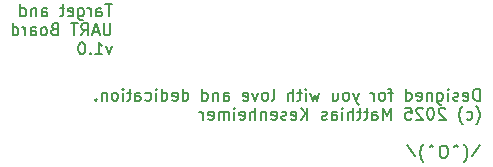
<source format=gbr>
%TF.GenerationSoftware,KiCad,Pcbnew,8.0.6*%
%TF.CreationDate,2025-02-28T22:10:36+01:00*%
%TF.ProjectId,stm8s-target-v1,73746d38-732d-4746-9172-6765742d7631,rev?*%
%TF.SameCoordinates,PX3d09000PY6590fa0*%
%TF.FileFunction,Legend,Bot*%
%TF.FilePolarity,Positive*%
%FSLAX46Y46*%
G04 Gerber Fmt 4.6, Leading zero omitted, Abs format (unit mm)*
G04 Created by KiCad (PCBNEW 8.0.6) date 2025-02-28 22:10:36*
%MOMM*%
%LPD*%
G01*
G04 APERTURE LIST*
%ADD10C,0.150000*%
G04 APERTURE END LIST*
D10*
X10556077Y23100069D02*
X9984649Y23100069D01*
X10270363Y22100069D02*
X10270363Y23100069D01*
X9222744Y22100069D02*
X9222744Y22623879D01*
X9222744Y22623879D02*
X9270363Y22719117D01*
X9270363Y22719117D02*
X9365601Y22766736D01*
X9365601Y22766736D02*
X9556077Y22766736D01*
X9556077Y22766736D02*
X9651315Y22719117D01*
X9222744Y22147688D02*
X9317982Y22100069D01*
X9317982Y22100069D02*
X9556077Y22100069D01*
X9556077Y22100069D02*
X9651315Y22147688D01*
X9651315Y22147688D02*
X9698934Y22242927D01*
X9698934Y22242927D02*
X9698934Y22338165D01*
X9698934Y22338165D02*
X9651315Y22433403D01*
X9651315Y22433403D02*
X9556077Y22481022D01*
X9556077Y22481022D02*
X9317982Y22481022D01*
X9317982Y22481022D02*
X9222744Y22528641D01*
X8746553Y22100069D02*
X8746553Y22766736D01*
X8746553Y22576260D02*
X8698934Y22671498D01*
X8698934Y22671498D02*
X8651315Y22719117D01*
X8651315Y22719117D02*
X8556077Y22766736D01*
X8556077Y22766736D02*
X8460839Y22766736D01*
X7698934Y22766736D02*
X7698934Y21957212D01*
X7698934Y21957212D02*
X7746553Y21861974D01*
X7746553Y21861974D02*
X7794172Y21814355D01*
X7794172Y21814355D02*
X7889410Y21766736D01*
X7889410Y21766736D02*
X8032267Y21766736D01*
X8032267Y21766736D02*
X8127505Y21814355D01*
X7698934Y22147688D02*
X7794172Y22100069D01*
X7794172Y22100069D02*
X7984648Y22100069D01*
X7984648Y22100069D02*
X8079886Y22147688D01*
X8079886Y22147688D02*
X8127505Y22195308D01*
X8127505Y22195308D02*
X8175124Y22290546D01*
X8175124Y22290546D02*
X8175124Y22576260D01*
X8175124Y22576260D02*
X8127505Y22671498D01*
X8127505Y22671498D02*
X8079886Y22719117D01*
X8079886Y22719117D02*
X7984648Y22766736D01*
X7984648Y22766736D02*
X7794172Y22766736D01*
X7794172Y22766736D02*
X7698934Y22719117D01*
X6841791Y22147688D02*
X6937029Y22100069D01*
X6937029Y22100069D02*
X7127505Y22100069D01*
X7127505Y22100069D02*
X7222743Y22147688D01*
X7222743Y22147688D02*
X7270362Y22242927D01*
X7270362Y22242927D02*
X7270362Y22623879D01*
X7270362Y22623879D02*
X7222743Y22719117D01*
X7222743Y22719117D02*
X7127505Y22766736D01*
X7127505Y22766736D02*
X6937029Y22766736D01*
X6937029Y22766736D02*
X6841791Y22719117D01*
X6841791Y22719117D02*
X6794172Y22623879D01*
X6794172Y22623879D02*
X6794172Y22528641D01*
X6794172Y22528641D02*
X7270362Y22433403D01*
X6508457Y22766736D02*
X6127505Y22766736D01*
X6365600Y23100069D02*
X6365600Y22242927D01*
X6365600Y22242927D02*
X6317981Y22147688D01*
X6317981Y22147688D02*
X6222743Y22100069D01*
X6222743Y22100069D02*
X6127505Y22100069D01*
X4603695Y22100069D02*
X4603695Y22623879D01*
X4603695Y22623879D02*
X4651314Y22719117D01*
X4651314Y22719117D02*
X4746552Y22766736D01*
X4746552Y22766736D02*
X4937028Y22766736D01*
X4937028Y22766736D02*
X5032266Y22719117D01*
X4603695Y22147688D02*
X4698933Y22100069D01*
X4698933Y22100069D02*
X4937028Y22100069D01*
X4937028Y22100069D02*
X5032266Y22147688D01*
X5032266Y22147688D02*
X5079885Y22242927D01*
X5079885Y22242927D02*
X5079885Y22338165D01*
X5079885Y22338165D02*
X5032266Y22433403D01*
X5032266Y22433403D02*
X4937028Y22481022D01*
X4937028Y22481022D02*
X4698933Y22481022D01*
X4698933Y22481022D02*
X4603695Y22528641D01*
X4127504Y22766736D02*
X4127504Y22100069D01*
X4127504Y22671498D02*
X4079885Y22719117D01*
X4079885Y22719117D02*
X3984647Y22766736D01*
X3984647Y22766736D02*
X3841790Y22766736D01*
X3841790Y22766736D02*
X3746552Y22719117D01*
X3746552Y22719117D02*
X3698933Y22623879D01*
X3698933Y22623879D02*
X3698933Y22100069D01*
X2794171Y22100069D02*
X2794171Y23100069D01*
X2794171Y22147688D02*
X2889409Y22100069D01*
X2889409Y22100069D02*
X3079885Y22100069D01*
X3079885Y22100069D02*
X3175123Y22147688D01*
X3175123Y22147688D02*
X3222742Y22195308D01*
X3222742Y22195308D02*
X3270361Y22290546D01*
X3270361Y22290546D02*
X3270361Y22576260D01*
X3270361Y22576260D02*
X3222742Y22671498D01*
X3222742Y22671498D02*
X3175123Y22719117D01*
X3175123Y22719117D02*
X3079885Y22766736D01*
X3079885Y22766736D02*
X2889409Y22766736D01*
X2889409Y22766736D02*
X2794171Y22719117D01*
X10413220Y21490125D02*
X10413220Y20680602D01*
X10413220Y20680602D02*
X10365601Y20585364D01*
X10365601Y20585364D02*
X10317982Y20537744D01*
X10317982Y20537744D02*
X10222744Y20490125D01*
X10222744Y20490125D02*
X10032268Y20490125D01*
X10032268Y20490125D02*
X9937030Y20537744D01*
X9937030Y20537744D02*
X9889411Y20585364D01*
X9889411Y20585364D02*
X9841792Y20680602D01*
X9841792Y20680602D02*
X9841792Y21490125D01*
X9413220Y20775840D02*
X8937030Y20775840D01*
X9508458Y20490125D02*
X9175125Y21490125D01*
X9175125Y21490125D02*
X8841792Y20490125D01*
X7937030Y20490125D02*
X8270363Y20966316D01*
X8508458Y20490125D02*
X8508458Y21490125D01*
X8508458Y21490125D02*
X8127506Y21490125D01*
X8127506Y21490125D02*
X8032268Y21442506D01*
X8032268Y21442506D02*
X7984649Y21394887D01*
X7984649Y21394887D02*
X7937030Y21299649D01*
X7937030Y21299649D02*
X7937030Y21156792D01*
X7937030Y21156792D02*
X7984649Y21061554D01*
X7984649Y21061554D02*
X8032268Y21013935D01*
X8032268Y21013935D02*
X8127506Y20966316D01*
X8127506Y20966316D02*
X8508458Y20966316D01*
X7651315Y21490125D02*
X7079887Y21490125D01*
X7365601Y20490125D02*
X7365601Y21490125D01*
X5651315Y21013935D02*
X5508458Y20966316D01*
X5508458Y20966316D02*
X5460839Y20918697D01*
X5460839Y20918697D02*
X5413220Y20823459D01*
X5413220Y20823459D02*
X5413220Y20680602D01*
X5413220Y20680602D02*
X5460839Y20585364D01*
X5460839Y20585364D02*
X5508458Y20537744D01*
X5508458Y20537744D02*
X5603696Y20490125D01*
X5603696Y20490125D02*
X5984648Y20490125D01*
X5984648Y20490125D02*
X5984648Y21490125D01*
X5984648Y21490125D02*
X5651315Y21490125D01*
X5651315Y21490125D02*
X5556077Y21442506D01*
X5556077Y21442506D02*
X5508458Y21394887D01*
X5508458Y21394887D02*
X5460839Y21299649D01*
X5460839Y21299649D02*
X5460839Y21204411D01*
X5460839Y21204411D02*
X5508458Y21109173D01*
X5508458Y21109173D02*
X5556077Y21061554D01*
X5556077Y21061554D02*
X5651315Y21013935D01*
X5651315Y21013935D02*
X5984648Y21013935D01*
X4841791Y20490125D02*
X4937029Y20537744D01*
X4937029Y20537744D02*
X4984648Y20585364D01*
X4984648Y20585364D02*
X5032267Y20680602D01*
X5032267Y20680602D02*
X5032267Y20966316D01*
X5032267Y20966316D02*
X4984648Y21061554D01*
X4984648Y21061554D02*
X4937029Y21109173D01*
X4937029Y21109173D02*
X4841791Y21156792D01*
X4841791Y21156792D02*
X4698934Y21156792D01*
X4698934Y21156792D02*
X4603696Y21109173D01*
X4603696Y21109173D02*
X4556077Y21061554D01*
X4556077Y21061554D02*
X4508458Y20966316D01*
X4508458Y20966316D02*
X4508458Y20680602D01*
X4508458Y20680602D02*
X4556077Y20585364D01*
X4556077Y20585364D02*
X4603696Y20537744D01*
X4603696Y20537744D02*
X4698934Y20490125D01*
X4698934Y20490125D02*
X4841791Y20490125D01*
X3651315Y20490125D02*
X3651315Y21013935D01*
X3651315Y21013935D02*
X3698934Y21109173D01*
X3698934Y21109173D02*
X3794172Y21156792D01*
X3794172Y21156792D02*
X3984648Y21156792D01*
X3984648Y21156792D02*
X4079886Y21109173D01*
X3651315Y20537744D02*
X3746553Y20490125D01*
X3746553Y20490125D02*
X3984648Y20490125D01*
X3984648Y20490125D02*
X4079886Y20537744D01*
X4079886Y20537744D02*
X4127505Y20632983D01*
X4127505Y20632983D02*
X4127505Y20728221D01*
X4127505Y20728221D02*
X4079886Y20823459D01*
X4079886Y20823459D02*
X3984648Y20871078D01*
X3984648Y20871078D02*
X3746553Y20871078D01*
X3746553Y20871078D02*
X3651315Y20918697D01*
X3175124Y20490125D02*
X3175124Y21156792D01*
X3175124Y20966316D02*
X3127505Y21061554D01*
X3127505Y21061554D02*
X3079886Y21109173D01*
X3079886Y21109173D02*
X2984648Y21156792D01*
X2984648Y21156792D02*
X2889410Y21156792D01*
X2127505Y20490125D02*
X2127505Y21490125D01*
X2127505Y20537744D02*
X2222743Y20490125D01*
X2222743Y20490125D02*
X2413219Y20490125D01*
X2413219Y20490125D02*
X2508457Y20537744D01*
X2508457Y20537744D02*
X2556076Y20585364D01*
X2556076Y20585364D02*
X2603695Y20680602D01*
X2603695Y20680602D02*
X2603695Y20966316D01*
X2603695Y20966316D02*
X2556076Y21061554D01*
X2556076Y21061554D02*
X2508457Y21109173D01*
X2508457Y21109173D02*
X2413219Y21156792D01*
X2413219Y21156792D02*
X2222743Y21156792D01*
X2222743Y21156792D02*
X2127505Y21109173D01*
X10508458Y19546848D02*
X10270363Y18880181D01*
X10270363Y18880181D02*
X10032268Y19546848D01*
X9127506Y18880181D02*
X9698934Y18880181D01*
X9413220Y18880181D02*
X9413220Y19880181D01*
X9413220Y19880181D02*
X9508458Y19737324D01*
X9508458Y19737324D02*
X9603696Y19642086D01*
X9603696Y19642086D02*
X9698934Y19594467D01*
X8698934Y18975420D02*
X8651315Y18927800D01*
X8651315Y18927800D02*
X8698934Y18880181D01*
X8698934Y18880181D02*
X8746553Y18927800D01*
X8746553Y18927800D02*
X8698934Y18975420D01*
X8698934Y18975420D02*
X8698934Y18880181D01*
X8032268Y19880181D02*
X7937030Y19880181D01*
X7937030Y19880181D02*
X7841792Y19832562D01*
X7841792Y19832562D02*
X7794173Y19784943D01*
X7794173Y19784943D02*
X7746554Y19689705D01*
X7746554Y19689705D02*
X7698935Y19499229D01*
X7698935Y19499229D02*
X7698935Y19261134D01*
X7698935Y19261134D02*
X7746554Y19070658D01*
X7746554Y19070658D02*
X7794173Y18975420D01*
X7794173Y18975420D02*
X7841792Y18927800D01*
X7841792Y18927800D02*
X7937030Y18880181D01*
X7937030Y18880181D02*
X8032268Y18880181D01*
X8032268Y18880181D02*
X8127506Y18927800D01*
X8127506Y18927800D02*
X8175125Y18975420D01*
X8175125Y18975420D02*
X8222744Y19070658D01*
X8222744Y19070658D02*
X8270363Y19261134D01*
X8270363Y19261134D02*
X8270363Y19499229D01*
X8270363Y19499229D02*
X8222744Y19689705D01*
X8222744Y19689705D02*
X8175125Y19784943D01*
X8175125Y19784943D02*
X8127506Y19832562D01*
X8127506Y19832562D02*
X8032268Y19880181D01*
X41663220Y14960013D02*
X41663220Y15960013D01*
X41663220Y15960013D02*
X41425125Y15960013D01*
X41425125Y15960013D02*
X41282268Y15912394D01*
X41282268Y15912394D02*
X41187030Y15817156D01*
X41187030Y15817156D02*
X41139411Y15721918D01*
X41139411Y15721918D02*
X41091792Y15531442D01*
X41091792Y15531442D02*
X41091792Y15388585D01*
X41091792Y15388585D02*
X41139411Y15198109D01*
X41139411Y15198109D02*
X41187030Y15102871D01*
X41187030Y15102871D02*
X41282268Y15007632D01*
X41282268Y15007632D02*
X41425125Y14960013D01*
X41425125Y14960013D02*
X41663220Y14960013D01*
X40282268Y15007632D02*
X40377506Y14960013D01*
X40377506Y14960013D02*
X40567982Y14960013D01*
X40567982Y14960013D02*
X40663220Y15007632D01*
X40663220Y15007632D02*
X40710839Y15102871D01*
X40710839Y15102871D02*
X40710839Y15483823D01*
X40710839Y15483823D02*
X40663220Y15579061D01*
X40663220Y15579061D02*
X40567982Y15626680D01*
X40567982Y15626680D02*
X40377506Y15626680D01*
X40377506Y15626680D02*
X40282268Y15579061D01*
X40282268Y15579061D02*
X40234649Y15483823D01*
X40234649Y15483823D02*
X40234649Y15388585D01*
X40234649Y15388585D02*
X40710839Y15293347D01*
X39853696Y15007632D02*
X39758458Y14960013D01*
X39758458Y14960013D02*
X39567982Y14960013D01*
X39567982Y14960013D02*
X39472744Y15007632D01*
X39472744Y15007632D02*
X39425125Y15102871D01*
X39425125Y15102871D02*
X39425125Y15150490D01*
X39425125Y15150490D02*
X39472744Y15245728D01*
X39472744Y15245728D02*
X39567982Y15293347D01*
X39567982Y15293347D02*
X39710839Y15293347D01*
X39710839Y15293347D02*
X39806077Y15340966D01*
X39806077Y15340966D02*
X39853696Y15436204D01*
X39853696Y15436204D02*
X39853696Y15483823D01*
X39853696Y15483823D02*
X39806077Y15579061D01*
X39806077Y15579061D02*
X39710839Y15626680D01*
X39710839Y15626680D02*
X39567982Y15626680D01*
X39567982Y15626680D02*
X39472744Y15579061D01*
X38996553Y14960013D02*
X38996553Y15626680D01*
X38996553Y15960013D02*
X39044172Y15912394D01*
X39044172Y15912394D02*
X38996553Y15864775D01*
X38996553Y15864775D02*
X38948934Y15912394D01*
X38948934Y15912394D02*
X38996553Y15960013D01*
X38996553Y15960013D02*
X38996553Y15864775D01*
X38091792Y15626680D02*
X38091792Y14817156D01*
X38091792Y14817156D02*
X38139411Y14721918D01*
X38139411Y14721918D02*
X38187030Y14674299D01*
X38187030Y14674299D02*
X38282268Y14626680D01*
X38282268Y14626680D02*
X38425125Y14626680D01*
X38425125Y14626680D02*
X38520363Y14674299D01*
X38091792Y15007632D02*
X38187030Y14960013D01*
X38187030Y14960013D02*
X38377506Y14960013D01*
X38377506Y14960013D02*
X38472744Y15007632D01*
X38472744Y15007632D02*
X38520363Y15055252D01*
X38520363Y15055252D02*
X38567982Y15150490D01*
X38567982Y15150490D02*
X38567982Y15436204D01*
X38567982Y15436204D02*
X38520363Y15531442D01*
X38520363Y15531442D02*
X38472744Y15579061D01*
X38472744Y15579061D02*
X38377506Y15626680D01*
X38377506Y15626680D02*
X38187030Y15626680D01*
X38187030Y15626680D02*
X38091792Y15579061D01*
X37615601Y15626680D02*
X37615601Y14960013D01*
X37615601Y15531442D02*
X37567982Y15579061D01*
X37567982Y15579061D02*
X37472744Y15626680D01*
X37472744Y15626680D02*
X37329887Y15626680D01*
X37329887Y15626680D02*
X37234649Y15579061D01*
X37234649Y15579061D02*
X37187030Y15483823D01*
X37187030Y15483823D02*
X37187030Y14960013D01*
X36329887Y15007632D02*
X36425125Y14960013D01*
X36425125Y14960013D02*
X36615601Y14960013D01*
X36615601Y14960013D02*
X36710839Y15007632D01*
X36710839Y15007632D02*
X36758458Y15102871D01*
X36758458Y15102871D02*
X36758458Y15483823D01*
X36758458Y15483823D02*
X36710839Y15579061D01*
X36710839Y15579061D02*
X36615601Y15626680D01*
X36615601Y15626680D02*
X36425125Y15626680D01*
X36425125Y15626680D02*
X36329887Y15579061D01*
X36329887Y15579061D02*
X36282268Y15483823D01*
X36282268Y15483823D02*
X36282268Y15388585D01*
X36282268Y15388585D02*
X36758458Y15293347D01*
X35425125Y14960013D02*
X35425125Y15960013D01*
X35425125Y15007632D02*
X35520363Y14960013D01*
X35520363Y14960013D02*
X35710839Y14960013D01*
X35710839Y14960013D02*
X35806077Y15007632D01*
X35806077Y15007632D02*
X35853696Y15055252D01*
X35853696Y15055252D02*
X35901315Y15150490D01*
X35901315Y15150490D02*
X35901315Y15436204D01*
X35901315Y15436204D02*
X35853696Y15531442D01*
X35853696Y15531442D02*
X35806077Y15579061D01*
X35806077Y15579061D02*
X35710839Y15626680D01*
X35710839Y15626680D02*
X35520363Y15626680D01*
X35520363Y15626680D02*
X35425125Y15579061D01*
X34329886Y15626680D02*
X33948934Y15626680D01*
X34187029Y14960013D02*
X34187029Y15817156D01*
X34187029Y15817156D02*
X34139410Y15912394D01*
X34139410Y15912394D02*
X34044172Y15960013D01*
X34044172Y15960013D02*
X33948934Y15960013D01*
X33472743Y14960013D02*
X33567981Y15007632D01*
X33567981Y15007632D02*
X33615600Y15055252D01*
X33615600Y15055252D02*
X33663219Y15150490D01*
X33663219Y15150490D02*
X33663219Y15436204D01*
X33663219Y15436204D02*
X33615600Y15531442D01*
X33615600Y15531442D02*
X33567981Y15579061D01*
X33567981Y15579061D02*
X33472743Y15626680D01*
X33472743Y15626680D02*
X33329886Y15626680D01*
X33329886Y15626680D02*
X33234648Y15579061D01*
X33234648Y15579061D02*
X33187029Y15531442D01*
X33187029Y15531442D02*
X33139410Y15436204D01*
X33139410Y15436204D02*
X33139410Y15150490D01*
X33139410Y15150490D02*
X33187029Y15055252D01*
X33187029Y15055252D02*
X33234648Y15007632D01*
X33234648Y15007632D02*
X33329886Y14960013D01*
X33329886Y14960013D02*
X33472743Y14960013D01*
X32710838Y14960013D02*
X32710838Y15626680D01*
X32710838Y15436204D02*
X32663219Y15531442D01*
X32663219Y15531442D02*
X32615600Y15579061D01*
X32615600Y15579061D02*
X32520362Y15626680D01*
X32520362Y15626680D02*
X32425124Y15626680D01*
X31425123Y15626680D02*
X31187028Y14960013D01*
X30948933Y15626680D02*
X31187028Y14960013D01*
X31187028Y14960013D02*
X31282266Y14721918D01*
X31282266Y14721918D02*
X31329885Y14674299D01*
X31329885Y14674299D02*
X31425123Y14626680D01*
X30425123Y14960013D02*
X30520361Y15007632D01*
X30520361Y15007632D02*
X30567980Y15055252D01*
X30567980Y15055252D02*
X30615599Y15150490D01*
X30615599Y15150490D02*
X30615599Y15436204D01*
X30615599Y15436204D02*
X30567980Y15531442D01*
X30567980Y15531442D02*
X30520361Y15579061D01*
X30520361Y15579061D02*
X30425123Y15626680D01*
X30425123Y15626680D02*
X30282266Y15626680D01*
X30282266Y15626680D02*
X30187028Y15579061D01*
X30187028Y15579061D02*
X30139409Y15531442D01*
X30139409Y15531442D02*
X30091790Y15436204D01*
X30091790Y15436204D02*
X30091790Y15150490D01*
X30091790Y15150490D02*
X30139409Y15055252D01*
X30139409Y15055252D02*
X30187028Y15007632D01*
X30187028Y15007632D02*
X30282266Y14960013D01*
X30282266Y14960013D02*
X30425123Y14960013D01*
X29234647Y15626680D02*
X29234647Y14960013D01*
X29663218Y15626680D02*
X29663218Y15102871D01*
X29663218Y15102871D02*
X29615599Y15007632D01*
X29615599Y15007632D02*
X29520361Y14960013D01*
X29520361Y14960013D02*
X29377504Y14960013D01*
X29377504Y14960013D02*
X29282266Y15007632D01*
X29282266Y15007632D02*
X29234647Y15055252D01*
X28091789Y15626680D02*
X27901313Y14960013D01*
X27901313Y14960013D02*
X27710837Y15436204D01*
X27710837Y15436204D02*
X27520361Y14960013D01*
X27520361Y14960013D02*
X27329885Y15626680D01*
X26948932Y14960013D02*
X26948932Y15626680D01*
X26948932Y15960013D02*
X26996551Y15912394D01*
X26996551Y15912394D02*
X26948932Y15864775D01*
X26948932Y15864775D02*
X26901313Y15912394D01*
X26901313Y15912394D02*
X26948932Y15960013D01*
X26948932Y15960013D02*
X26948932Y15864775D01*
X26615599Y15626680D02*
X26234647Y15626680D01*
X26472742Y15960013D02*
X26472742Y15102871D01*
X26472742Y15102871D02*
X26425123Y15007632D01*
X26425123Y15007632D02*
X26329885Y14960013D01*
X26329885Y14960013D02*
X26234647Y14960013D01*
X25901313Y14960013D02*
X25901313Y15960013D01*
X25472742Y14960013D02*
X25472742Y15483823D01*
X25472742Y15483823D02*
X25520361Y15579061D01*
X25520361Y15579061D02*
X25615599Y15626680D01*
X25615599Y15626680D02*
X25758456Y15626680D01*
X25758456Y15626680D02*
X25853694Y15579061D01*
X25853694Y15579061D02*
X25901313Y15531442D01*
X24091789Y14960013D02*
X24187027Y15007632D01*
X24187027Y15007632D02*
X24234646Y15102871D01*
X24234646Y15102871D02*
X24234646Y15960013D01*
X23567979Y14960013D02*
X23663217Y15007632D01*
X23663217Y15007632D02*
X23710836Y15055252D01*
X23710836Y15055252D02*
X23758455Y15150490D01*
X23758455Y15150490D02*
X23758455Y15436204D01*
X23758455Y15436204D02*
X23710836Y15531442D01*
X23710836Y15531442D02*
X23663217Y15579061D01*
X23663217Y15579061D02*
X23567979Y15626680D01*
X23567979Y15626680D02*
X23425122Y15626680D01*
X23425122Y15626680D02*
X23329884Y15579061D01*
X23329884Y15579061D02*
X23282265Y15531442D01*
X23282265Y15531442D02*
X23234646Y15436204D01*
X23234646Y15436204D02*
X23234646Y15150490D01*
X23234646Y15150490D02*
X23282265Y15055252D01*
X23282265Y15055252D02*
X23329884Y15007632D01*
X23329884Y15007632D02*
X23425122Y14960013D01*
X23425122Y14960013D02*
X23567979Y14960013D01*
X22901312Y15626680D02*
X22663217Y14960013D01*
X22663217Y14960013D02*
X22425122Y15626680D01*
X21663217Y15007632D02*
X21758455Y14960013D01*
X21758455Y14960013D02*
X21948931Y14960013D01*
X21948931Y14960013D02*
X22044169Y15007632D01*
X22044169Y15007632D02*
X22091788Y15102871D01*
X22091788Y15102871D02*
X22091788Y15483823D01*
X22091788Y15483823D02*
X22044169Y15579061D01*
X22044169Y15579061D02*
X21948931Y15626680D01*
X21948931Y15626680D02*
X21758455Y15626680D01*
X21758455Y15626680D02*
X21663217Y15579061D01*
X21663217Y15579061D02*
X21615598Y15483823D01*
X21615598Y15483823D02*
X21615598Y15388585D01*
X21615598Y15388585D02*
X22091788Y15293347D01*
X19996550Y14960013D02*
X19996550Y15483823D01*
X19996550Y15483823D02*
X20044169Y15579061D01*
X20044169Y15579061D02*
X20139407Y15626680D01*
X20139407Y15626680D02*
X20329883Y15626680D01*
X20329883Y15626680D02*
X20425121Y15579061D01*
X19996550Y15007632D02*
X20091788Y14960013D01*
X20091788Y14960013D02*
X20329883Y14960013D01*
X20329883Y14960013D02*
X20425121Y15007632D01*
X20425121Y15007632D02*
X20472740Y15102871D01*
X20472740Y15102871D02*
X20472740Y15198109D01*
X20472740Y15198109D02*
X20425121Y15293347D01*
X20425121Y15293347D02*
X20329883Y15340966D01*
X20329883Y15340966D02*
X20091788Y15340966D01*
X20091788Y15340966D02*
X19996550Y15388585D01*
X19520359Y15626680D02*
X19520359Y14960013D01*
X19520359Y15531442D02*
X19472740Y15579061D01*
X19472740Y15579061D02*
X19377502Y15626680D01*
X19377502Y15626680D02*
X19234645Y15626680D01*
X19234645Y15626680D02*
X19139407Y15579061D01*
X19139407Y15579061D02*
X19091788Y15483823D01*
X19091788Y15483823D02*
X19091788Y14960013D01*
X18187026Y14960013D02*
X18187026Y15960013D01*
X18187026Y15007632D02*
X18282264Y14960013D01*
X18282264Y14960013D02*
X18472740Y14960013D01*
X18472740Y14960013D02*
X18567978Y15007632D01*
X18567978Y15007632D02*
X18615597Y15055252D01*
X18615597Y15055252D02*
X18663216Y15150490D01*
X18663216Y15150490D02*
X18663216Y15436204D01*
X18663216Y15436204D02*
X18615597Y15531442D01*
X18615597Y15531442D02*
X18567978Y15579061D01*
X18567978Y15579061D02*
X18472740Y15626680D01*
X18472740Y15626680D02*
X18282264Y15626680D01*
X18282264Y15626680D02*
X18187026Y15579061D01*
X16520359Y14960013D02*
X16520359Y15960013D01*
X16520359Y15007632D02*
X16615597Y14960013D01*
X16615597Y14960013D02*
X16806073Y14960013D01*
X16806073Y14960013D02*
X16901311Y15007632D01*
X16901311Y15007632D02*
X16948930Y15055252D01*
X16948930Y15055252D02*
X16996549Y15150490D01*
X16996549Y15150490D02*
X16996549Y15436204D01*
X16996549Y15436204D02*
X16948930Y15531442D01*
X16948930Y15531442D02*
X16901311Y15579061D01*
X16901311Y15579061D02*
X16806073Y15626680D01*
X16806073Y15626680D02*
X16615597Y15626680D01*
X16615597Y15626680D02*
X16520359Y15579061D01*
X15663216Y15007632D02*
X15758454Y14960013D01*
X15758454Y14960013D02*
X15948930Y14960013D01*
X15948930Y14960013D02*
X16044168Y15007632D01*
X16044168Y15007632D02*
X16091787Y15102871D01*
X16091787Y15102871D02*
X16091787Y15483823D01*
X16091787Y15483823D02*
X16044168Y15579061D01*
X16044168Y15579061D02*
X15948930Y15626680D01*
X15948930Y15626680D02*
X15758454Y15626680D01*
X15758454Y15626680D02*
X15663216Y15579061D01*
X15663216Y15579061D02*
X15615597Y15483823D01*
X15615597Y15483823D02*
X15615597Y15388585D01*
X15615597Y15388585D02*
X16091787Y15293347D01*
X14758454Y14960013D02*
X14758454Y15960013D01*
X14758454Y15007632D02*
X14853692Y14960013D01*
X14853692Y14960013D02*
X15044168Y14960013D01*
X15044168Y14960013D02*
X15139406Y15007632D01*
X15139406Y15007632D02*
X15187025Y15055252D01*
X15187025Y15055252D02*
X15234644Y15150490D01*
X15234644Y15150490D02*
X15234644Y15436204D01*
X15234644Y15436204D02*
X15187025Y15531442D01*
X15187025Y15531442D02*
X15139406Y15579061D01*
X15139406Y15579061D02*
X15044168Y15626680D01*
X15044168Y15626680D02*
X14853692Y15626680D01*
X14853692Y15626680D02*
X14758454Y15579061D01*
X14282263Y14960013D02*
X14282263Y15626680D01*
X14282263Y15960013D02*
X14329882Y15912394D01*
X14329882Y15912394D02*
X14282263Y15864775D01*
X14282263Y15864775D02*
X14234644Y15912394D01*
X14234644Y15912394D02*
X14282263Y15960013D01*
X14282263Y15960013D02*
X14282263Y15864775D01*
X13377502Y15007632D02*
X13472740Y14960013D01*
X13472740Y14960013D02*
X13663216Y14960013D01*
X13663216Y14960013D02*
X13758454Y15007632D01*
X13758454Y15007632D02*
X13806073Y15055252D01*
X13806073Y15055252D02*
X13853692Y15150490D01*
X13853692Y15150490D02*
X13853692Y15436204D01*
X13853692Y15436204D02*
X13806073Y15531442D01*
X13806073Y15531442D02*
X13758454Y15579061D01*
X13758454Y15579061D02*
X13663216Y15626680D01*
X13663216Y15626680D02*
X13472740Y15626680D01*
X13472740Y15626680D02*
X13377502Y15579061D01*
X12520359Y14960013D02*
X12520359Y15483823D01*
X12520359Y15483823D02*
X12567978Y15579061D01*
X12567978Y15579061D02*
X12663216Y15626680D01*
X12663216Y15626680D02*
X12853692Y15626680D01*
X12853692Y15626680D02*
X12948930Y15579061D01*
X12520359Y15007632D02*
X12615597Y14960013D01*
X12615597Y14960013D02*
X12853692Y14960013D01*
X12853692Y14960013D02*
X12948930Y15007632D01*
X12948930Y15007632D02*
X12996549Y15102871D01*
X12996549Y15102871D02*
X12996549Y15198109D01*
X12996549Y15198109D02*
X12948930Y15293347D01*
X12948930Y15293347D02*
X12853692Y15340966D01*
X12853692Y15340966D02*
X12615597Y15340966D01*
X12615597Y15340966D02*
X12520359Y15388585D01*
X12187025Y15626680D02*
X11806073Y15626680D01*
X12044168Y15960013D02*
X12044168Y15102871D01*
X12044168Y15102871D02*
X11996549Y15007632D01*
X11996549Y15007632D02*
X11901311Y14960013D01*
X11901311Y14960013D02*
X11806073Y14960013D01*
X11472739Y14960013D02*
X11472739Y15626680D01*
X11472739Y15960013D02*
X11520358Y15912394D01*
X11520358Y15912394D02*
X11472739Y15864775D01*
X11472739Y15864775D02*
X11425120Y15912394D01*
X11425120Y15912394D02*
X11472739Y15960013D01*
X11472739Y15960013D02*
X11472739Y15864775D01*
X10853692Y14960013D02*
X10948930Y15007632D01*
X10948930Y15007632D02*
X10996549Y15055252D01*
X10996549Y15055252D02*
X11044168Y15150490D01*
X11044168Y15150490D02*
X11044168Y15436204D01*
X11044168Y15436204D02*
X10996549Y15531442D01*
X10996549Y15531442D02*
X10948930Y15579061D01*
X10948930Y15579061D02*
X10853692Y15626680D01*
X10853692Y15626680D02*
X10710835Y15626680D01*
X10710835Y15626680D02*
X10615597Y15579061D01*
X10615597Y15579061D02*
X10567978Y15531442D01*
X10567978Y15531442D02*
X10520359Y15436204D01*
X10520359Y15436204D02*
X10520359Y15150490D01*
X10520359Y15150490D02*
X10567978Y15055252D01*
X10567978Y15055252D02*
X10615597Y15007632D01*
X10615597Y15007632D02*
X10710835Y14960013D01*
X10710835Y14960013D02*
X10853692Y14960013D01*
X10091787Y15626680D02*
X10091787Y14960013D01*
X10091787Y15531442D02*
X10044168Y15579061D01*
X10044168Y15579061D02*
X9948930Y15626680D01*
X9948930Y15626680D02*
X9806073Y15626680D01*
X9806073Y15626680D02*
X9710835Y15579061D01*
X9710835Y15579061D02*
X9663216Y15483823D01*
X9663216Y15483823D02*
X9663216Y14960013D01*
X9187025Y15055252D02*
X9139406Y15007632D01*
X9139406Y15007632D02*
X9187025Y14960013D01*
X9187025Y14960013D02*
X9234644Y15007632D01*
X9234644Y15007632D02*
X9187025Y15055252D01*
X9187025Y15055252D02*
X9187025Y14960013D01*
X41377506Y12969117D02*
X41425125Y13016736D01*
X41425125Y13016736D02*
X41520363Y13159593D01*
X41520363Y13159593D02*
X41567982Y13254831D01*
X41567982Y13254831D02*
X41615601Y13397688D01*
X41615601Y13397688D02*
X41663220Y13635784D01*
X41663220Y13635784D02*
X41663220Y13826260D01*
X41663220Y13826260D02*
X41615601Y14064355D01*
X41615601Y14064355D02*
X41567982Y14207212D01*
X41567982Y14207212D02*
X41520363Y14302450D01*
X41520363Y14302450D02*
X41425125Y14445308D01*
X41425125Y14445308D02*
X41377506Y14492927D01*
X40567982Y13397688D02*
X40663220Y13350069D01*
X40663220Y13350069D02*
X40853696Y13350069D01*
X40853696Y13350069D02*
X40948934Y13397688D01*
X40948934Y13397688D02*
X40996553Y13445308D01*
X40996553Y13445308D02*
X41044172Y13540546D01*
X41044172Y13540546D02*
X41044172Y13826260D01*
X41044172Y13826260D02*
X40996553Y13921498D01*
X40996553Y13921498D02*
X40948934Y13969117D01*
X40948934Y13969117D02*
X40853696Y14016736D01*
X40853696Y14016736D02*
X40663220Y14016736D01*
X40663220Y14016736D02*
X40567982Y13969117D01*
X40234648Y12969117D02*
X40187029Y13016736D01*
X40187029Y13016736D02*
X40091791Y13159593D01*
X40091791Y13159593D02*
X40044172Y13254831D01*
X40044172Y13254831D02*
X39996553Y13397688D01*
X39996553Y13397688D02*
X39948934Y13635784D01*
X39948934Y13635784D02*
X39948934Y13826260D01*
X39948934Y13826260D02*
X39996553Y14064355D01*
X39996553Y14064355D02*
X40044172Y14207212D01*
X40044172Y14207212D02*
X40091791Y14302450D01*
X40091791Y14302450D02*
X40187029Y14445308D01*
X40187029Y14445308D02*
X40234648Y14492927D01*
X38758457Y14254831D02*
X38710838Y14302450D01*
X38710838Y14302450D02*
X38615600Y14350069D01*
X38615600Y14350069D02*
X38377505Y14350069D01*
X38377505Y14350069D02*
X38282267Y14302450D01*
X38282267Y14302450D02*
X38234648Y14254831D01*
X38234648Y14254831D02*
X38187029Y14159593D01*
X38187029Y14159593D02*
X38187029Y14064355D01*
X38187029Y14064355D02*
X38234648Y13921498D01*
X38234648Y13921498D02*
X38806076Y13350069D01*
X38806076Y13350069D02*
X38187029Y13350069D01*
X37567981Y14350069D02*
X37472743Y14350069D01*
X37472743Y14350069D02*
X37377505Y14302450D01*
X37377505Y14302450D02*
X37329886Y14254831D01*
X37329886Y14254831D02*
X37282267Y14159593D01*
X37282267Y14159593D02*
X37234648Y13969117D01*
X37234648Y13969117D02*
X37234648Y13731022D01*
X37234648Y13731022D02*
X37282267Y13540546D01*
X37282267Y13540546D02*
X37329886Y13445308D01*
X37329886Y13445308D02*
X37377505Y13397688D01*
X37377505Y13397688D02*
X37472743Y13350069D01*
X37472743Y13350069D02*
X37567981Y13350069D01*
X37567981Y13350069D02*
X37663219Y13397688D01*
X37663219Y13397688D02*
X37710838Y13445308D01*
X37710838Y13445308D02*
X37758457Y13540546D01*
X37758457Y13540546D02*
X37806076Y13731022D01*
X37806076Y13731022D02*
X37806076Y13969117D01*
X37806076Y13969117D02*
X37758457Y14159593D01*
X37758457Y14159593D02*
X37710838Y14254831D01*
X37710838Y14254831D02*
X37663219Y14302450D01*
X37663219Y14302450D02*
X37567981Y14350069D01*
X36853695Y14254831D02*
X36806076Y14302450D01*
X36806076Y14302450D02*
X36710838Y14350069D01*
X36710838Y14350069D02*
X36472743Y14350069D01*
X36472743Y14350069D02*
X36377505Y14302450D01*
X36377505Y14302450D02*
X36329886Y14254831D01*
X36329886Y14254831D02*
X36282267Y14159593D01*
X36282267Y14159593D02*
X36282267Y14064355D01*
X36282267Y14064355D02*
X36329886Y13921498D01*
X36329886Y13921498D02*
X36901314Y13350069D01*
X36901314Y13350069D02*
X36282267Y13350069D01*
X35377505Y14350069D02*
X35853695Y14350069D01*
X35853695Y14350069D02*
X35901314Y13873879D01*
X35901314Y13873879D02*
X35853695Y13921498D01*
X35853695Y13921498D02*
X35758457Y13969117D01*
X35758457Y13969117D02*
X35520362Y13969117D01*
X35520362Y13969117D02*
X35425124Y13921498D01*
X35425124Y13921498D02*
X35377505Y13873879D01*
X35377505Y13873879D02*
X35329886Y13778641D01*
X35329886Y13778641D02*
X35329886Y13540546D01*
X35329886Y13540546D02*
X35377505Y13445308D01*
X35377505Y13445308D02*
X35425124Y13397688D01*
X35425124Y13397688D02*
X35520362Y13350069D01*
X35520362Y13350069D02*
X35758457Y13350069D01*
X35758457Y13350069D02*
X35853695Y13397688D01*
X35853695Y13397688D02*
X35901314Y13445308D01*
X34139409Y13350069D02*
X34139409Y14350069D01*
X34139409Y14350069D02*
X33806076Y13635784D01*
X33806076Y13635784D02*
X33472743Y14350069D01*
X33472743Y14350069D02*
X33472743Y13350069D01*
X32567981Y13350069D02*
X32567981Y13873879D01*
X32567981Y13873879D02*
X32615600Y13969117D01*
X32615600Y13969117D02*
X32710838Y14016736D01*
X32710838Y14016736D02*
X32901314Y14016736D01*
X32901314Y14016736D02*
X32996552Y13969117D01*
X32567981Y13397688D02*
X32663219Y13350069D01*
X32663219Y13350069D02*
X32901314Y13350069D01*
X32901314Y13350069D02*
X32996552Y13397688D01*
X32996552Y13397688D02*
X33044171Y13492927D01*
X33044171Y13492927D02*
X33044171Y13588165D01*
X33044171Y13588165D02*
X32996552Y13683403D01*
X32996552Y13683403D02*
X32901314Y13731022D01*
X32901314Y13731022D02*
X32663219Y13731022D01*
X32663219Y13731022D02*
X32567981Y13778641D01*
X32234647Y14016736D02*
X31853695Y14016736D01*
X32091790Y14350069D02*
X32091790Y13492927D01*
X32091790Y13492927D02*
X32044171Y13397688D01*
X32044171Y13397688D02*
X31948933Y13350069D01*
X31948933Y13350069D02*
X31853695Y13350069D01*
X31663218Y14016736D02*
X31282266Y14016736D01*
X31520361Y14350069D02*
X31520361Y13492927D01*
X31520361Y13492927D02*
X31472742Y13397688D01*
X31472742Y13397688D02*
X31377504Y13350069D01*
X31377504Y13350069D02*
X31282266Y13350069D01*
X30948932Y13350069D02*
X30948932Y14350069D01*
X30520361Y13350069D02*
X30520361Y13873879D01*
X30520361Y13873879D02*
X30567980Y13969117D01*
X30567980Y13969117D02*
X30663218Y14016736D01*
X30663218Y14016736D02*
X30806075Y14016736D01*
X30806075Y14016736D02*
X30901313Y13969117D01*
X30901313Y13969117D02*
X30948932Y13921498D01*
X30044170Y13350069D02*
X30044170Y14016736D01*
X30044170Y14350069D02*
X30091789Y14302450D01*
X30091789Y14302450D02*
X30044170Y14254831D01*
X30044170Y14254831D02*
X29996551Y14302450D01*
X29996551Y14302450D02*
X30044170Y14350069D01*
X30044170Y14350069D02*
X30044170Y14254831D01*
X29139409Y13350069D02*
X29139409Y13873879D01*
X29139409Y13873879D02*
X29187028Y13969117D01*
X29187028Y13969117D02*
X29282266Y14016736D01*
X29282266Y14016736D02*
X29472742Y14016736D01*
X29472742Y14016736D02*
X29567980Y13969117D01*
X29139409Y13397688D02*
X29234647Y13350069D01*
X29234647Y13350069D02*
X29472742Y13350069D01*
X29472742Y13350069D02*
X29567980Y13397688D01*
X29567980Y13397688D02*
X29615599Y13492927D01*
X29615599Y13492927D02*
X29615599Y13588165D01*
X29615599Y13588165D02*
X29567980Y13683403D01*
X29567980Y13683403D02*
X29472742Y13731022D01*
X29472742Y13731022D02*
X29234647Y13731022D01*
X29234647Y13731022D02*
X29139409Y13778641D01*
X28710837Y13397688D02*
X28615599Y13350069D01*
X28615599Y13350069D02*
X28425123Y13350069D01*
X28425123Y13350069D02*
X28329885Y13397688D01*
X28329885Y13397688D02*
X28282266Y13492927D01*
X28282266Y13492927D02*
X28282266Y13540546D01*
X28282266Y13540546D02*
X28329885Y13635784D01*
X28329885Y13635784D02*
X28425123Y13683403D01*
X28425123Y13683403D02*
X28567980Y13683403D01*
X28567980Y13683403D02*
X28663218Y13731022D01*
X28663218Y13731022D02*
X28710837Y13826260D01*
X28710837Y13826260D02*
X28710837Y13873879D01*
X28710837Y13873879D02*
X28663218Y13969117D01*
X28663218Y13969117D02*
X28567980Y14016736D01*
X28567980Y14016736D02*
X28425123Y14016736D01*
X28425123Y14016736D02*
X28329885Y13969117D01*
X27091789Y13350069D02*
X27091789Y14350069D01*
X26520361Y13350069D02*
X26948932Y13921498D01*
X26520361Y14350069D02*
X27091789Y13778641D01*
X25710837Y13397688D02*
X25806075Y13350069D01*
X25806075Y13350069D02*
X25996551Y13350069D01*
X25996551Y13350069D02*
X26091789Y13397688D01*
X26091789Y13397688D02*
X26139408Y13492927D01*
X26139408Y13492927D02*
X26139408Y13873879D01*
X26139408Y13873879D02*
X26091789Y13969117D01*
X26091789Y13969117D02*
X25996551Y14016736D01*
X25996551Y14016736D02*
X25806075Y14016736D01*
X25806075Y14016736D02*
X25710837Y13969117D01*
X25710837Y13969117D02*
X25663218Y13873879D01*
X25663218Y13873879D02*
X25663218Y13778641D01*
X25663218Y13778641D02*
X26139408Y13683403D01*
X25282265Y13397688D02*
X25187027Y13350069D01*
X25187027Y13350069D02*
X24996551Y13350069D01*
X24996551Y13350069D02*
X24901313Y13397688D01*
X24901313Y13397688D02*
X24853694Y13492927D01*
X24853694Y13492927D02*
X24853694Y13540546D01*
X24853694Y13540546D02*
X24901313Y13635784D01*
X24901313Y13635784D02*
X24996551Y13683403D01*
X24996551Y13683403D02*
X25139408Y13683403D01*
X25139408Y13683403D02*
X25234646Y13731022D01*
X25234646Y13731022D02*
X25282265Y13826260D01*
X25282265Y13826260D02*
X25282265Y13873879D01*
X25282265Y13873879D02*
X25234646Y13969117D01*
X25234646Y13969117D02*
X25139408Y14016736D01*
X25139408Y14016736D02*
X24996551Y14016736D01*
X24996551Y14016736D02*
X24901313Y13969117D01*
X24044170Y13397688D02*
X24139408Y13350069D01*
X24139408Y13350069D02*
X24329884Y13350069D01*
X24329884Y13350069D02*
X24425122Y13397688D01*
X24425122Y13397688D02*
X24472741Y13492927D01*
X24472741Y13492927D02*
X24472741Y13873879D01*
X24472741Y13873879D02*
X24425122Y13969117D01*
X24425122Y13969117D02*
X24329884Y14016736D01*
X24329884Y14016736D02*
X24139408Y14016736D01*
X24139408Y14016736D02*
X24044170Y13969117D01*
X24044170Y13969117D02*
X23996551Y13873879D01*
X23996551Y13873879D02*
X23996551Y13778641D01*
X23996551Y13778641D02*
X24472741Y13683403D01*
X23567979Y14016736D02*
X23567979Y13350069D01*
X23567979Y13921498D02*
X23520360Y13969117D01*
X23520360Y13969117D02*
X23425122Y14016736D01*
X23425122Y14016736D02*
X23282265Y14016736D01*
X23282265Y14016736D02*
X23187027Y13969117D01*
X23187027Y13969117D02*
X23139408Y13873879D01*
X23139408Y13873879D02*
X23139408Y13350069D01*
X22663217Y13350069D02*
X22663217Y14350069D01*
X22234646Y13350069D02*
X22234646Y13873879D01*
X22234646Y13873879D02*
X22282265Y13969117D01*
X22282265Y13969117D02*
X22377503Y14016736D01*
X22377503Y14016736D02*
X22520360Y14016736D01*
X22520360Y14016736D02*
X22615598Y13969117D01*
X22615598Y13969117D02*
X22663217Y13921498D01*
X21377503Y13397688D02*
X21472741Y13350069D01*
X21472741Y13350069D02*
X21663217Y13350069D01*
X21663217Y13350069D02*
X21758455Y13397688D01*
X21758455Y13397688D02*
X21806074Y13492927D01*
X21806074Y13492927D02*
X21806074Y13873879D01*
X21806074Y13873879D02*
X21758455Y13969117D01*
X21758455Y13969117D02*
X21663217Y14016736D01*
X21663217Y14016736D02*
X21472741Y14016736D01*
X21472741Y14016736D02*
X21377503Y13969117D01*
X21377503Y13969117D02*
X21329884Y13873879D01*
X21329884Y13873879D02*
X21329884Y13778641D01*
X21329884Y13778641D02*
X21806074Y13683403D01*
X20901312Y13350069D02*
X20901312Y14016736D01*
X20901312Y14350069D02*
X20948931Y14302450D01*
X20948931Y14302450D02*
X20901312Y14254831D01*
X20901312Y14254831D02*
X20853693Y14302450D01*
X20853693Y14302450D02*
X20901312Y14350069D01*
X20901312Y14350069D02*
X20901312Y14254831D01*
X20425122Y13350069D02*
X20425122Y14016736D01*
X20425122Y13921498D02*
X20377503Y13969117D01*
X20377503Y13969117D02*
X20282265Y14016736D01*
X20282265Y14016736D02*
X20139408Y14016736D01*
X20139408Y14016736D02*
X20044170Y13969117D01*
X20044170Y13969117D02*
X19996551Y13873879D01*
X19996551Y13873879D02*
X19996551Y13350069D01*
X19996551Y13873879D02*
X19948932Y13969117D01*
X19948932Y13969117D02*
X19853694Y14016736D01*
X19853694Y14016736D02*
X19710837Y14016736D01*
X19710837Y14016736D02*
X19615598Y13969117D01*
X19615598Y13969117D02*
X19567979Y13873879D01*
X19567979Y13873879D02*
X19567979Y13350069D01*
X18710837Y13397688D02*
X18806075Y13350069D01*
X18806075Y13350069D02*
X18996551Y13350069D01*
X18996551Y13350069D02*
X19091789Y13397688D01*
X19091789Y13397688D02*
X19139408Y13492927D01*
X19139408Y13492927D02*
X19139408Y13873879D01*
X19139408Y13873879D02*
X19091789Y13969117D01*
X19091789Y13969117D02*
X18996551Y14016736D01*
X18996551Y14016736D02*
X18806075Y14016736D01*
X18806075Y14016736D02*
X18710837Y13969117D01*
X18710837Y13969117D02*
X18663218Y13873879D01*
X18663218Y13873879D02*
X18663218Y13778641D01*
X18663218Y13778641D02*
X19139408Y13683403D01*
X18234646Y13350069D02*
X18234646Y14016736D01*
X18234646Y13826260D02*
X18187027Y13921498D01*
X18187027Y13921498D02*
X18139408Y13969117D01*
X18139408Y13969117D02*
X18044170Y14016736D01*
X18044170Y14016736D02*
X17948932Y14016736D01*
X41710839Y11177800D02*
X41044173Y10225420D01*
X40329887Y9749229D02*
X40377506Y9796848D01*
X40377506Y9796848D02*
X40472744Y9939705D01*
X40472744Y9939705D02*
X40520363Y10034943D01*
X40520363Y10034943D02*
X40567982Y10177800D01*
X40567982Y10177800D02*
X40615601Y10415896D01*
X40615601Y10415896D02*
X40615601Y10606372D01*
X40615601Y10606372D02*
X40567982Y10844467D01*
X40567982Y10844467D02*
X40520363Y10987324D01*
X40520363Y10987324D02*
X40472744Y11082562D01*
X40472744Y11082562D02*
X40377506Y11225420D01*
X40377506Y11225420D02*
X40329887Y11273039D01*
X39806077Y11034943D02*
X39663220Y11177800D01*
X39663220Y11177800D02*
X39520363Y11034943D01*
X38710839Y11130181D02*
X38520363Y11130181D01*
X38520363Y11130181D02*
X38425125Y11082562D01*
X38425125Y11082562D02*
X38329887Y10987324D01*
X38329887Y10987324D02*
X38282268Y10796848D01*
X38282268Y10796848D02*
X38282268Y10463515D01*
X38282268Y10463515D02*
X38329887Y10273039D01*
X38329887Y10273039D02*
X38425125Y10177800D01*
X38425125Y10177800D02*
X38520363Y10130181D01*
X38520363Y10130181D02*
X38710839Y10130181D01*
X38710839Y10130181D02*
X38806077Y10177800D01*
X38806077Y10177800D02*
X38901315Y10273039D01*
X38901315Y10273039D02*
X38948934Y10463515D01*
X38948934Y10463515D02*
X38948934Y10796848D01*
X38948934Y10796848D02*
X38901315Y10987324D01*
X38901315Y10987324D02*
X38806077Y11082562D01*
X38806077Y11082562D02*
X38710839Y11130181D01*
X37710839Y11034943D02*
X37567982Y11177800D01*
X37567982Y11177800D02*
X37425125Y11034943D01*
X36901315Y9749229D02*
X36853696Y9796848D01*
X36853696Y9796848D02*
X36758458Y9939705D01*
X36758458Y9939705D02*
X36710839Y10034943D01*
X36710839Y10034943D02*
X36663220Y10177800D01*
X36663220Y10177800D02*
X36615601Y10415896D01*
X36615601Y10415896D02*
X36615601Y10606372D01*
X36615601Y10606372D02*
X36663220Y10844467D01*
X36663220Y10844467D02*
X36710839Y10987324D01*
X36710839Y10987324D02*
X36758458Y11082562D01*
X36758458Y11082562D02*
X36853696Y11225420D01*
X36853696Y11225420D02*
X36901315Y11273039D01*
X35520363Y11177800D02*
X36187029Y10225420D01*
M02*

</source>
